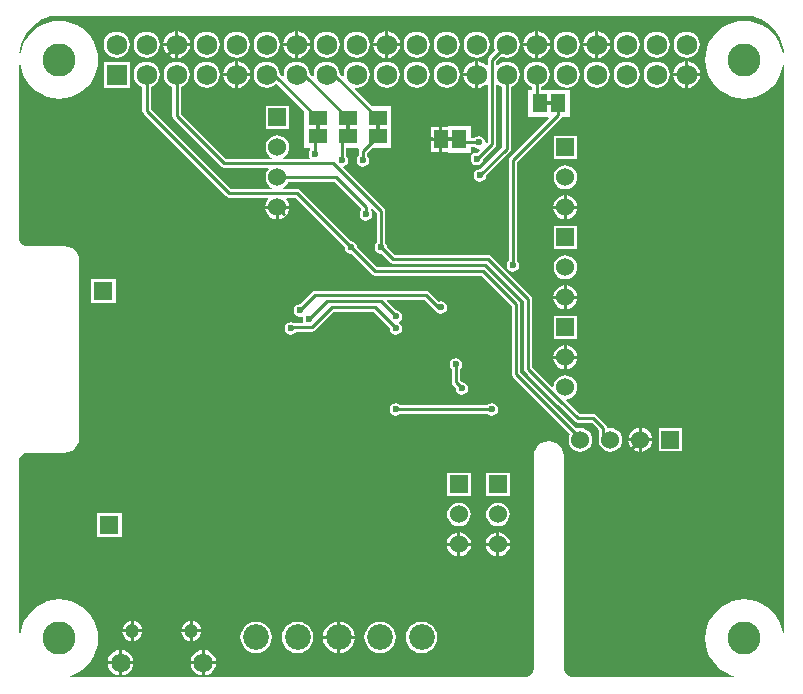
<source format=gbr>
G04 Layer_Physical_Order=3*
G04 Layer_Color=16711680*
%FSLAX44Y44*%
%MOMM*%
%TF.FileFunction,Copper,L3,Bot,Signal*%
%TF.Part,Single*%
G01*
G75*
%TA.AperFunction,Conductor*%
%ADD27C,0.2540*%
%TA.AperFunction,ComponentPad*%
%ADD33R,1.6000X1.6000*%
%ADD34C,1.2002*%
%ADD35C,1.6501*%
%ADD36R,1.5240X1.5240*%
%ADD37C,1.5240*%
%ADD38R,1.5240X1.5240*%
%ADD39C,2.1844*%
%ADD40R,1.7501X1.7501*%
%ADD41C,1.7501*%
%ADD42C,2.8001*%
%TA.AperFunction,ViaPad*%
%ADD43C,0.6000*%
%TA.AperFunction,SMDPad,CuDef*%
%ADD44R,1.6002X1.1684*%
%ADD45R,0.3048X0.6350*%
%ADD46R,1.1684X1.6002*%
%ADD47R,0.6350X0.3048*%
G36*
X878065Y835461D02*
X883303Y833292D01*
X888138Y830329D01*
X892449Y826647D01*
X896131Y822336D01*
X899093Y817502D01*
X901263Y812264D01*
X902586Y806751D01*
X902725Y804990D01*
X901466Y804790D01*
X900407Y809205D01*
X898424Y813992D01*
X895716Y818410D01*
X892351Y822351D01*
X888410Y825716D01*
X883992Y828424D01*
X879205Y830407D01*
X874166Y831616D01*
X869000Y832023D01*
X863834Y831616D01*
X858795Y830407D01*
X854008Y828424D01*
X849590Y825716D01*
X845649Y822351D01*
X842284Y818410D01*
X839576Y813992D01*
X837594Y809205D01*
X836384Y804166D01*
X835977Y799000D01*
X836384Y793834D01*
X837594Y788796D01*
X839576Y784008D01*
X842284Y779590D01*
X845649Y775649D01*
X849590Y772284D01*
X854008Y769577D01*
X858795Y767594D01*
X863834Y766384D01*
X869000Y765977D01*
X874166Y766384D01*
X879205Y767594D01*
X883992Y769577D01*
X888410Y772284D01*
X892351Y775649D01*
X895716Y779590D01*
X898424Y784008D01*
X900407Y788796D01*
X901616Y793834D01*
X901662Y794413D01*
X902932Y794363D01*
Y313638D01*
X901662Y313588D01*
X901616Y314167D01*
X900407Y319206D01*
X898424Y323993D01*
X895716Y328411D01*
X892351Y332352D01*
X888410Y335717D01*
X883992Y338425D01*
X879205Y340408D01*
X874166Y341617D01*
X869000Y342024D01*
X863834Y341617D01*
X858795Y340408D01*
X854008Y338425D01*
X849590Y335717D01*
X845649Y332352D01*
X842284Y328411D01*
X839576Y323993D01*
X837594Y319206D01*
X836384Y314167D01*
X835977Y309001D01*
X836384Y303835D01*
X837594Y298797D01*
X839576Y294009D01*
X842284Y289591D01*
X845649Y285651D01*
X849590Y282285D01*
X854008Y279578D01*
X858795Y277595D01*
X860309Y277231D01*
X860159Y275961D01*
X725940D01*
X724739Y276171D01*
X724598Y276230D01*
X723347Y276183D01*
X722857Y276248D01*
X720643Y277165D01*
X718742Y278624D01*
X717283Y280525D01*
X716366Y282739D01*
X716151Y284373D01*
X716118Y285605D01*
X716079Y286865D01*
X716079Y286956D01*
Y462761D01*
X716348Y463409D01*
X716348Y463409D01*
X716163Y463764D01*
X716163D01*
X715771Y466746D01*
X714510Y469790D01*
X712504Y472404D01*
X709890Y474409D01*
X706846Y475670D01*
X703580Y476100D01*
X700313Y475670D01*
X697270Y474409D01*
X694656Y472404D01*
X692650Y469790D01*
X691389Y466746D01*
X690959Y463479D01*
X691010D01*
Y285838D01*
X690972Y285676D01*
X691028Y285186D01*
X691033Y285159D01*
X690723Y282810D01*
X689806Y280596D01*
X688347Y278694D01*
X686446Y277235D01*
X684232Y276318D01*
X683742Y276254D01*
X682491Y276300D01*
X682350Y276242D01*
X681149Y276032D01*
X298137D01*
X297986Y277302D01*
X299206Y277595D01*
X303993Y279578D01*
X308412Y282285D01*
X312352Y285651D01*
X315717Y289591D01*
X318425Y294009D01*
X320408Y298797D01*
X321617Y303835D01*
X322024Y309001D01*
X321617Y314167D01*
X320408Y319206D01*
X318425Y323993D01*
X315717Y328411D01*
X312352Y332352D01*
X308412Y335717D01*
X303993Y338425D01*
X299206Y340408D01*
X294167Y341617D01*
X289001Y342024D01*
X283835Y341617D01*
X278797Y340408D01*
X274009Y338425D01*
X269591Y335717D01*
X265651Y332352D01*
X262285Y328411D01*
X259578Y323993D01*
X257595Y319206D01*
X256385Y314167D01*
X256339Y313588D01*
X255069Y313638D01*
Y458311D01*
X255109Y458565D01*
X255338Y459740D01*
X255338D01*
X255302Y460968D01*
X256021Y462704D01*
X257165Y464195D01*
X258656Y465339D01*
X260392Y466058D01*
X261490Y466203D01*
X262715Y466243D01*
X263968Y466291D01*
X264098Y466291D01*
X293370D01*
Y466240D01*
X296618Y466668D01*
X299645Y467922D01*
X302244Y469916D01*
X304238Y472515D01*
X305492Y475542D01*
X305920Y478790D01*
X305869D01*
Y628650D01*
X305920D01*
X305492Y631898D01*
X304238Y634925D01*
X302244Y637524D01*
X299645Y639518D01*
X296618Y640772D01*
X293370Y641200D01*
Y641149D01*
X264098D01*
X263968Y641149D01*
X262716Y641197D01*
X261490Y641237D01*
X260392Y641382D01*
X258656Y642101D01*
X257165Y643245D01*
X256021Y644736D01*
X255302Y646472D01*
X255166Y647504D01*
X255338Y647700D01*
X255268Y647869D01*
X255069Y649129D01*
Y794364D01*
X256339Y794414D01*
X256385Y793834D01*
X257595Y788796D01*
X259578Y784008D01*
X262285Y779590D01*
X265651Y775649D01*
X269591Y772284D01*
X274009Y769577D01*
X278797Y767594D01*
X283835Y766384D01*
X289001Y765977D01*
X294167Y766384D01*
X299206Y767594D01*
X303993Y769577D01*
X308412Y772284D01*
X312352Y775649D01*
X315717Y779590D01*
X318425Y784008D01*
X320408Y788796D01*
X321617Y793834D01*
X322024Y799000D01*
X321617Y804166D01*
X320408Y809205D01*
X318425Y813992D01*
X315717Y818410D01*
X312352Y822351D01*
X308412Y825716D01*
X303993Y828424D01*
X299206Y830407D01*
X294167Y831616D01*
X289001Y832023D01*
X283835Y831616D01*
X278797Y830407D01*
X274009Y828424D01*
X269591Y825716D01*
X265651Y822351D01*
X262285Y818410D01*
X259578Y813992D01*
X257595Y809205D01*
X256535Y804790D01*
X255277Y804990D01*
X255415Y806751D01*
X256739Y812264D01*
X258908Y817502D01*
X261871Y822336D01*
X265553Y826647D01*
X269864Y830329D01*
X274698Y833292D01*
X279936Y835461D01*
X280763Y835660D01*
X877238D01*
X878065Y835461D01*
D02*
G37*
%LPC*%
G36*
X782320Y487281D02*
Y478470D01*
X791131D01*
X790948Y479852D01*
X789925Y482324D01*
X788296Y484446D01*
X786174Y486075D01*
X783702Y487099D01*
X782320Y487281D01*
D02*
G37*
G36*
X816356Y487106D02*
X796544D01*
Y467294D01*
X816356D01*
Y487106D01*
D02*
G37*
G36*
X779780Y487281D02*
X778398Y487099D01*
X775926Y486075D01*
X773804Y484446D01*
X772175Y482324D01*
X771152Y479852D01*
X770969Y478470D01*
X779780D01*
Y487281D01*
D02*
G37*
G36*
X716280Y545780D02*
X707469D01*
X707652Y544398D01*
X708675Y541926D01*
X710304Y539804D01*
X712426Y538175D01*
X714898Y537151D01*
X716280Y536969D01*
Y545780D01*
D02*
G37*
G36*
X727630D02*
X718820D01*
Y536969D01*
X720202Y537151D01*
X722674Y538175D01*
X724796Y539804D01*
X726425Y541926D01*
X727449Y544398D01*
X727630Y545780D01*
D02*
G37*
G36*
X655320Y508310D02*
X653258Y507899D01*
X651509Y506731D01*
X651385Y506546D01*
X577975D01*
X577851Y506731D01*
X576102Y507899D01*
X574040Y508310D01*
X571978Y507899D01*
X570229Y506731D01*
X569061Y504982D01*
X568651Y502920D01*
X569061Y500858D01*
X570229Y499109D01*
X571978Y497941D01*
X574040Y497531D01*
X576102Y497941D01*
X577851Y499109D01*
X577975Y499294D01*
X651385D01*
X651509Y499109D01*
X653258Y497941D01*
X655320Y497531D01*
X657383Y497941D01*
X659131Y499109D01*
X660299Y500858D01*
X660710Y502920D01*
X660299Y504982D01*
X659131Y506731D01*
X657383Y507899D01*
X655320Y508310D01*
D02*
G37*
G36*
X624840Y546409D02*
X622777Y545999D01*
X621029Y544831D01*
X619861Y543083D01*
X619450Y541020D01*
X619861Y538957D01*
X621029Y537209D01*
X621214Y537085D01*
Y525780D01*
X621214Y525780D01*
X621490Y524393D01*
X622276Y523216D01*
X624574Y520919D01*
X624530Y520700D01*
X624941Y518638D01*
X626109Y516889D01*
X627858Y515721D01*
X629920Y515311D01*
X631982Y515721D01*
X633731Y516889D01*
X634899Y518638D01*
X635309Y520700D01*
X634899Y522762D01*
X633731Y524511D01*
X631982Y525679D01*
X629920Y526090D01*
X629701Y526046D01*
X628466Y527282D01*
Y537085D01*
X628651Y537209D01*
X629819Y538957D01*
X630229Y541020D01*
X629819Y543083D01*
X628651Y544831D01*
X626903Y545999D01*
X624840Y546409D01*
D02*
G37*
G36*
X627380Y424011D02*
X624794Y423671D01*
X622384Y422673D01*
X620315Y421085D01*
X618727Y419016D01*
X617729Y416606D01*
X617388Y414020D01*
X617729Y411434D01*
X618727Y409024D01*
X620315Y406955D01*
X622384Y405367D01*
X624794Y404369D01*
X627380Y404029D01*
X629966Y404369D01*
X632376Y405367D01*
X634445Y406955D01*
X636033Y409024D01*
X637031Y411434D01*
X637371Y414020D01*
X637031Y416606D01*
X636033Y419016D01*
X634445Y421085D01*
X632376Y422673D01*
X629966Y423671D01*
X627380Y424011D01*
D02*
G37*
G36*
X660400D02*
X657814Y423671D01*
X655404Y422673D01*
X653335Y421085D01*
X651747Y419016D01*
X650749Y416606D01*
X650408Y414020D01*
X650749Y411434D01*
X651747Y409024D01*
X653335Y406955D01*
X655404Y405367D01*
X657814Y404369D01*
X660400Y404029D01*
X662986Y404369D01*
X665396Y405367D01*
X667465Y406955D01*
X669053Y409024D01*
X670051Y411434D01*
X670391Y414020D01*
X670051Y416606D01*
X669053Y419016D01*
X667465Y421085D01*
X665396Y422673D01*
X662986Y423671D01*
X660400Y424011D01*
D02*
G37*
G36*
X661670Y398700D02*
Y389890D01*
X670480D01*
X670298Y391272D01*
X669275Y393744D01*
X667646Y395866D01*
X665524Y397495D01*
X663052Y398518D01*
X661670Y398700D01*
D02*
G37*
G36*
X341756Y415416D02*
X321184D01*
Y394844D01*
X341756D01*
Y415416D01*
D02*
G37*
G36*
X779780Y475930D02*
X770969D01*
X771152Y474548D01*
X772175Y472076D01*
X773804Y469954D01*
X775926Y468325D01*
X778398Y467301D01*
X779780Y467119D01*
Y475930D01*
D02*
G37*
G36*
X791131D02*
X782320D01*
Y467119D01*
X783702Y467301D01*
X786174Y468325D01*
X788296Y469954D01*
X789925Y472076D01*
X790948Y474548D01*
X791131Y475930D01*
D02*
G37*
G36*
X637286Y449326D02*
X617474D01*
Y429514D01*
X637286D01*
Y449326D01*
D02*
G37*
G36*
X670306D02*
X650494D01*
Y429514D01*
X670306D01*
Y449326D01*
D02*
G37*
G36*
X716280Y557131D02*
X714898Y556949D01*
X712426Y555925D01*
X710304Y554296D01*
X708675Y552174D01*
X707652Y549702D01*
X707469Y548320D01*
X716280D01*
Y557131D01*
D02*
G37*
G36*
X727456Y658556D02*
X707644D01*
Y638744D01*
X727456D01*
Y658556D01*
D02*
G37*
G36*
X693301Y797432D02*
X690420Y797052D01*
X687735Y795940D01*
X685429Y794171D01*
X683660Y791866D01*
X682548Y789181D01*
X682169Y786300D01*
X682548Y783419D01*
X683660Y780734D01*
X685429Y778429D01*
X687735Y776660D01*
X689675Y775856D01*
Y773430D01*
X685800D01*
Y750570D01*
X703143D01*
X703629Y749397D01*
X670536Y716304D01*
X669750Y715127D01*
X669474Y713740D01*
X669474Y713740D01*
Y628775D01*
X669289Y628651D01*
X668121Y626903D01*
X667710Y624840D01*
X668121Y622777D01*
X669289Y621029D01*
X671038Y619861D01*
X673100Y619450D01*
X675163Y619861D01*
X676911Y621029D01*
X678079Y622777D01*
X678490Y624840D01*
X678079Y626903D01*
X676911Y628651D01*
X676726Y628775D01*
Y712238D01*
X713764Y749276D01*
X713764Y749276D01*
X714550Y750452D01*
X714573Y750570D01*
X721360D01*
Y773430D01*
X696926D01*
Y775856D01*
X698866Y776660D01*
X701172Y778429D01*
X702941Y780734D01*
X704053Y783419D01*
X704432Y786300D01*
X704053Y789181D01*
X702941Y791866D01*
X701172Y794171D01*
X698866Y795940D01*
X696182Y797052D01*
X693301Y797432D01*
D02*
G37*
G36*
X717550Y633241D02*
X714964Y632901D01*
X712554Y631903D01*
X710485Y630315D01*
X708897Y628246D01*
X707899Y625836D01*
X707559Y623250D01*
X707899Y620664D01*
X708897Y618254D01*
X710485Y616185D01*
X712554Y614597D01*
X714964Y613599D01*
X717550Y613259D01*
X720136Y613599D01*
X722546Y614597D01*
X724615Y616185D01*
X726203Y618254D01*
X727201Y620664D01*
X727542Y623250D01*
X727201Y625836D01*
X726203Y628246D01*
X724615Y630315D01*
X722546Y631903D01*
X720136Y632901D01*
X717550Y633241D01*
D02*
G37*
G36*
X472440Y672780D02*
X463629D01*
X463811Y671398D01*
X464835Y668926D01*
X466464Y666804D01*
X468586Y665175D01*
X471058Y664152D01*
X472440Y663969D01*
Y672780D01*
D02*
G37*
G36*
X727630D02*
X718820D01*
Y663969D01*
X720202Y664152D01*
X722674Y665175D01*
X724796Y666804D01*
X726425Y668926D01*
X727449Y671398D01*
X727630Y672780D01*
D02*
G37*
G36*
X716280D02*
X707469D01*
X707652Y671398D01*
X708675Y668926D01*
X710304Y666804D01*
X712426Y665175D01*
X714898Y664152D01*
X716280Y663969D01*
Y672780D01*
D02*
G37*
G36*
X483791D02*
X474980D01*
Y663969D01*
X476362Y664152D01*
X478834Y665175D01*
X480956Y666804D01*
X482585Y668926D01*
X483609Y671398D01*
X483791Y672780D01*
D02*
G37*
G36*
X599440Y603066D02*
X599440Y603066D01*
X505460D01*
X505460Y603066D01*
X504072Y602790D01*
X502896Y602004D01*
X502896Y602004D01*
X492979Y592086D01*
X492760Y592130D01*
X490698Y591719D01*
X488949Y590551D01*
X487781Y588802D01*
X487370Y586740D01*
X487781Y584678D01*
X488949Y582929D01*
X490698Y581761D01*
X492760Y581351D01*
X494299Y581656D01*
X494317Y581649D01*
X495289Y580677D01*
X495297Y580659D01*
X494991Y579120D01*
X495371Y577206D01*
X495257Y576784D01*
X494803Y575936D01*
X488016D01*
X487202Y576479D01*
X485140Y576889D01*
X483078Y576479D01*
X481329Y575311D01*
X480161Y573563D01*
X479751Y571500D01*
X480161Y569437D01*
X481329Y567689D01*
X483078Y566521D01*
X485140Y566110D01*
X487202Y566521D01*
X488951Y567689D01*
X489616Y568684D01*
X503201D01*
X503201Y568684D01*
X504588Y568960D01*
X505765Y569746D01*
X521673Y585654D01*
X554758D01*
X568694Y571719D01*
X568651Y571500D01*
X569061Y569437D01*
X570229Y567689D01*
X571978Y566521D01*
X574040Y566110D01*
X576102Y566521D01*
X577851Y567689D01*
X579019Y569437D01*
X579430Y571500D01*
X579019Y573563D01*
X577851Y575311D01*
X577095Y575816D01*
Y577344D01*
X577851Y577849D01*
X579019Y579598D01*
X579430Y581660D01*
X579019Y583722D01*
X577851Y585471D01*
X576102Y586639D01*
X574040Y587049D01*
X573821Y587006D01*
X566186Y594641D01*
X566673Y595814D01*
X597938D01*
X607846Y585906D01*
X608191Y585676D01*
X608329Y585469D01*
X610078Y584301D01*
X612140Y583890D01*
X614202Y584301D01*
X615951Y585469D01*
X617119Y587217D01*
X617529Y589280D01*
X617119Y591343D01*
X615951Y593091D01*
X614202Y594259D01*
X612140Y594669D01*
X610078Y594259D01*
X609880Y594127D01*
X602004Y602004D01*
X600827Y602790D01*
X599440Y603066D01*
D02*
G37*
G36*
X716280Y596580D02*
X707469D01*
X707652Y595198D01*
X708675Y592726D01*
X710304Y590604D01*
X712426Y588975D01*
X714898Y587952D01*
X716280Y587770D01*
Y596580D01*
D02*
G37*
G36*
X727456Y582356D02*
X707644D01*
Y562544D01*
X727456D01*
Y582356D01*
D02*
G37*
G36*
X718820Y557131D02*
Y548320D01*
X727630D01*
X727449Y549702D01*
X726425Y552174D01*
X724796Y554296D01*
X722674Y555925D01*
X720202Y556949D01*
X718820Y557131D01*
D02*
G37*
G36*
X727630Y596580D02*
X718820D01*
Y587770D01*
X720202Y587952D01*
X722674Y588975D01*
X724796Y590604D01*
X726425Y592726D01*
X727449Y595198D01*
X727630Y596580D01*
D02*
G37*
G36*
X718820Y607930D02*
Y599120D01*
X727630D01*
X727449Y600502D01*
X726425Y602974D01*
X724796Y605096D01*
X722674Y606725D01*
X720202Y607748D01*
X718820Y607930D01*
D02*
G37*
G36*
X716280D02*
X714898Y607748D01*
X712426Y606725D01*
X710304Y605096D01*
X708675Y602974D01*
X707652Y600502D01*
X707469Y599120D01*
X716280D01*
Y607930D01*
D02*
G37*
G36*
X336676Y613536D02*
X316104D01*
Y592964D01*
X336676D01*
Y613536D01*
D02*
G37*
G36*
X455780Y323202D02*
X452332Y322748D01*
X449119Y321417D01*
X446360Y319300D01*
X444243Y316541D01*
X442912Y313328D01*
X442458Y309880D01*
X442912Y306432D01*
X444243Y303219D01*
X446360Y300460D01*
X449119Y298343D01*
X452332Y297012D01*
X455780Y296558D01*
X459228Y297012D01*
X462441Y298343D01*
X465200Y300460D01*
X467317Y303219D01*
X468648Y306432D01*
X469102Y309880D01*
X468648Y313328D01*
X467317Y316541D01*
X465200Y319300D01*
X462441Y321417D01*
X459228Y322748D01*
X455780Y323202D01*
D02*
G37*
G36*
X539191Y308610D02*
X527050D01*
Y296469D01*
X529294Y296765D01*
X532569Y298121D01*
X535381Y300279D01*
X537539Y303091D01*
X538895Y306366D01*
X539191Y308610D01*
D02*
G37*
G36*
X524510D02*
X512369D01*
X512664Y306366D01*
X514021Y303091D01*
X516179Y300279D01*
X518991Y298121D01*
X522266Y296765D01*
X524510Y296469D01*
Y308610D01*
D02*
G37*
G36*
X490779Y323202D02*
X487331Y322748D01*
X484118Y321417D01*
X481359Y319300D01*
X479242Y316541D01*
X477911Y313328D01*
X477457Y309880D01*
X477911Y306432D01*
X479242Y303219D01*
X481359Y300460D01*
X484118Y298343D01*
X487331Y297012D01*
X490779Y296558D01*
X494227Y297012D01*
X497440Y298343D01*
X500199Y300460D01*
X502316Y303219D01*
X503647Y306432D01*
X504101Y309880D01*
X503647Y313328D01*
X502316Y316541D01*
X500199Y319300D01*
X497440Y321417D01*
X494227Y322748D01*
X490779Y323202D01*
D02*
G37*
G36*
X349649Y314231D02*
X342472D01*
X342598Y313271D01*
X343459Y311194D01*
X344827Y309410D01*
X346612Y308041D01*
X348689Y307180D01*
X349649Y307054D01*
Y314231D01*
D02*
G37*
G36*
X595780Y323202D02*
X592332Y322748D01*
X589119Y321417D01*
X586360Y319300D01*
X584243Y316541D01*
X582912Y313328D01*
X582458Y309880D01*
X582912Y306432D01*
X584243Y303219D01*
X586360Y300460D01*
X589119Y298343D01*
X592332Y297012D01*
X595780Y296558D01*
X599228Y297012D01*
X602441Y298343D01*
X605200Y300460D01*
X607317Y303219D01*
X608648Y306432D01*
X609102Y309880D01*
X608648Y313328D01*
X607317Y316541D01*
X605200Y319300D01*
X602441Y321417D01*
X599228Y322748D01*
X595780Y323202D01*
D02*
G37*
G36*
X560781D02*
X557333Y322748D01*
X554120Y321417D01*
X551361Y319300D01*
X549244Y316541D01*
X547913Y313328D01*
X547459Y309880D01*
X547913Y306432D01*
X549244Y303219D01*
X551361Y300460D01*
X554120Y298343D01*
X557333Y297012D01*
X560781Y296558D01*
X564229Y297012D01*
X567442Y298343D01*
X570201Y300460D01*
X572318Y303219D01*
X573649Y306432D01*
X574103Y309880D01*
X573649Y313328D01*
X572318Y316541D01*
X570201Y319300D01*
X567442Y321417D01*
X564229Y322748D01*
X560781Y323202D01*
D02*
G37*
G36*
X412191Y299217D02*
Y289771D01*
X421638D01*
X421434Y291318D01*
X420347Y293943D01*
X418617Y296197D01*
X416363Y297926D01*
X413738Y299014D01*
X412191Y299217D01*
D02*
G37*
G36*
X409651Y287231D02*
X400205D01*
X400408Y285684D01*
X401496Y283059D01*
X403225Y280805D01*
X405479Y279075D01*
X408104Y277988D01*
X409651Y277784D01*
Y287231D01*
D02*
G37*
G36*
X351635D02*
X342189D01*
Y277784D01*
X343736Y277988D01*
X346361Y279075D01*
X348615Y280805D01*
X350344Y283059D01*
X351432Y285684D01*
X351635Y287231D01*
D02*
G37*
G36*
X339649D02*
X330202D01*
X330406Y285684D01*
X331493Y283059D01*
X333223Y280805D01*
X335477Y279075D01*
X338102Y277988D01*
X339649Y277784D01*
Y287231D01*
D02*
G37*
G36*
X421638D02*
X412191D01*
Y277784D01*
X413738Y277988D01*
X416363Y279075D01*
X418617Y280805D01*
X420347Y283059D01*
X421434Y285684D01*
X421638Y287231D01*
D02*
G37*
G36*
X409651Y299217D02*
X408104Y299014D01*
X405479Y297926D01*
X403225Y296197D01*
X401496Y293943D01*
X400408Y291318D01*
X400205Y289771D01*
X409651D01*
Y299217D01*
D02*
G37*
G36*
X342189D02*
Y289771D01*
X351635D01*
X351432Y291318D01*
X350344Y293943D01*
X348615Y296197D01*
X346361Y297926D01*
X343736Y299014D01*
X342189Y299217D01*
D02*
G37*
G36*
X339649D02*
X338102Y299014D01*
X335477Y297926D01*
X333223Y296197D01*
X331493Y293943D01*
X330406Y291318D01*
X330202Y289771D01*
X339649D01*
Y299217D01*
D02*
G37*
G36*
X359366Y314231D02*
X352189D01*
Y307054D01*
X353148Y307180D01*
X355226Y308041D01*
X357010Y309410D01*
X358379Y311194D01*
X359240Y313271D01*
X359366Y314231D01*
D02*
G37*
G36*
X659130Y387350D02*
X650320D01*
X650501Y385968D01*
X651525Y383496D01*
X653154Y381374D01*
X655276Y379745D01*
X657748Y378722D01*
X659130Y378540D01*
Y387350D01*
D02*
G37*
G36*
X637461D02*
X628650D01*
Y378540D01*
X630032Y378722D01*
X632504Y379745D01*
X634626Y381374D01*
X636255Y383496D01*
X637279Y385968D01*
X637461Y387350D01*
D02*
G37*
G36*
X626110D02*
X617299D01*
X617481Y385968D01*
X618505Y383496D01*
X620134Y381374D01*
X622256Y379745D01*
X624728Y378722D01*
X626110Y378540D01*
Y387350D01*
D02*
G37*
G36*
X670480D02*
X661670D01*
Y378540D01*
X663052Y378722D01*
X665524Y379745D01*
X667646Y381374D01*
X669275Y383496D01*
X670298Y385968D01*
X670480Y387350D01*
D02*
G37*
G36*
X659130Y398700D02*
X657748Y398518D01*
X655276Y397495D01*
X653154Y395866D01*
X651525Y393744D01*
X650501Y391272D01*
X650320Y389890D01*
X659130D01*
Y398700D01*
D02*
G37*
G36*
X628650D02*
Y389890D01*
X637461D01*
X637279Y391272D01*
X636255Y393744D01*
X634626Y395866D01*
X632504Y397495D01*
X630032Y398518D01*
X628650Y398700D01*
D02*
G37*
G36*
X626110D02*
X624728Y398518D01*
X622256Y397495D01*
X620134Y395866D01*
X618505Y393744D01*
X617481Y391272D01*
X617299Y389890D01*
X626110D01*
Y398700D01*
D02*
G37*
G36*
X402191Y323948D02*
Y316771D01*
X409369D01*
X409242Y317731D01*
X408382Y319808D01*
X407012Y321592D01*
X405229Y322961D01*
X403151Y323822D01*
X402191Y323948D01*
D02*
G37*
G36*
X524510Y323291D02*
X522266Y322995D01*
X518991Y321639D01*
X516179Y319481D01*
X514021Y316669D01*
X512664Y313394D01*
X512369Y311150D01*
X524510D01*
Y323291D01*
D02*
G37*
G36*
X409369Y314231D02*
X402191D01*
Y307054D01*
X403151Y307180D01*
X405229Y308041D01*
X407012Y309410D01*
X408382Y311194D01*
X409242Y313271D01*
X409369Y314231D01*
D02*
G37*
G36*
X399651D02*
X392474D01*
X392600Y313271D01*
X393461Y311194D01*
X394830Y309410D01*
X396614Y308041D01*
X398692Y307180D01*
X399651Y307054D01*
Y314231D01*
D02*
G37*
G36*
X527050Y323291D02*
Y311150D01*
X539191D01*
X538895Y313394D01*
X537539Y316669D01*
X535381Y319481D01*
X532569Y321639D01*
X529294Y322995D01*
X527050Y323291D01*
D02*
G37*
G36*
X399651Y323948D02*
X398692Y323822D01*
X396614Y322961D01*
X394830Y321592D01*
X393461Y319808D01*
X392600Y317731D01*
X392474Y316771D01*
X399651D01*
Y323948D01*
D02*
G37*
G36*
X352189D02*
Y316771D01*
X359366D01*
X359240Y317731D01*
X358379Y319808D01*
X357010Y321592D01*
X355226Y322961D01*
X353148Y323822D01*
X352189Y323948D01*
D02*
G37*
G36*
X349649D02*
X348689Y323822D01*
X346612Y322961D01*
X344827Y321592D01*
X343459Y319808D01*
X342598Y317731D01*
X342472Y316771D01*
X349649D01*
Y323948D01*
D02*
G37*
G36*
X464701Y822832D02*
X461820Y822452D01*
X459135Y821340D01*
X456829Y819571D01*
X455060Y817266D01*
X453948Y814581D01*
X453569Y811700D01*
X453948Y808819D01*
X455060Y806134D01*
X456829Y803829D01*
X459135Y802060D01*
X461820Y800948D01*
X464701Y800569D01*
X467582Y800948D01*
X470266Y802060D01*
X472572Y803829D01*
X474341Y806134D01*
X475453Y808819D01*
X475832Y811700D01*
X475453Y814581D01*
X474341Y817266D01*
X472572Y819571D01*
X470266Y821340D01*
X467582Y822452D01*
X464701Y822832D01*
D02*
G37*
G36*
X439301D02*
X436420Y822452D01*
X433735Y821340D01*
X431429Y819571D01*
X429660Y817266D01*
X428548Y814581D01*
X428169Y811700D01*
X428548Y808819D01*
X429660Y806134D01*
X431429Y803829D01*
X433735Y802060D01*
X436420Y800948D01*
X439301Y800569D01*
X442182Y800948D01*
X444866Y802060D01*
X447172Y803829D01*
X448941Y806134D01*
X450053Y808819D01*
X450432Y811700D01*
X450053Y814581D01*
X448941Y817266D01*
X447172Y819571D01*
X444866Y821340D01*
X442182Y822452D01*
X439301Y822832D01*
D02*
G37*
G36*
X413901D02*
X411020Y822452D01*
X408335Y821340D01*
X406029Y819571D01*
X404260Y817266D01*
X403148Y814581D01*
X402769Y811700D01*
X403148Y808819D01*
X404260Y806134D01*
X406029Y803829D01*
X408335Y802060D01*
X411020Y800948D01*
X413901Y800569D01*
X416782Y800948D01*
X419466Y802060D01*
X421772Y803829D01*
X423541Y806134D01*
X424653Y808819D01*
X425032Y811700D01*
X424653Y814581D01*
X423541Y817266D01*
X421772Y819571D01*
X419466Y821340D01*
X416782Y822452D01*
X413901Y822832D01*
D02*
G37*
G36*
X515501D02*
X512620Y822452D01*
X509935Y821340D01*
X507629Y819571D01*
X505860Y817266D01*
X504748Y814581D01*
X504369Y811700D01*
X504748Y808819D01*
X505860Y806134D01*
X507629Y803829D01*
X509935Y802060D01*
X512620Y800948D01*
X515501Y800569D01*
X518382Y800948D01*
X521066Y802060D01*
X523372Y803829D01*
X525141Y806134D01*
X526253Y808819D01*
X526632Y811700D01*
X526253Y814581D01*
X525141Y817266D01*
X523372Y819571D01*
X521066Y821340D01*
X518382Y822452D01*
X515501Y822832D01*
D02*
G37*
G36*
X617101D02*
X614220Y822452D01*
X611535Y821340D01*
X609229Y819571D01*
X607460Y817266D01*
X606348Y814581D01*
X605969Y811700D01*
X606348Y808819D01*
X607460Y806134D01*
X609229Y803829D01*
X611535Y802060D01*
X614220Y800948D01*
X617101Y800569D01*
X619982Y800948D01*
X622666Y802060D01*
X624972Y803829D01*
X626741Y806134D01*
X627853Y808819D01*
X628232Y811700D01*
X627853Y814581D01*
X626741Y817266D01*
X624972Y819571D01*
X622666Y821340D01*
X619982Y822452D01*
X617101Y822832D01*
D02*
G37*
G36*
X591701D02*
X588820Y822452D01*
X586135Y821340D01*
X583829Y819571D01*
X582060Y817266D01*
X580948Y814581D01*
X580569Y811700D01*
X580948Y808819D01*
X582060Y806134D01*
X583829Y803829D01*
X586135Y802060D01*
X588820Y800948D01*
X591701Y800569D01*
X594582Y800948D01*
X597266Y802060D01*
X599572Y803829D01*
X601341Y806134D01*
X602453Y808819D01*
X602832Y811700D01*
X602453Y814581D01*
X601341Y817266D01*
X599572Y819571D01*
X597266Y821340D01*
X594582Y822452D01*
X591701Y822832D01*
D02*
G37*
G36*
X540901D02*
X538020Y822452D01*
X535335Y821340D01*
X533029Y819571D01*
X531260Y817266D01*
X530148Y814581D01*
X529769Y811700D01*
X530148Y808819D01*
X531260Y806134D01*
X533029Y803829D01*
X535335Y802060D01*
X538020Y800948D01*
X540901Y800569D01*
X543782Y800948D01*
X546466Y802060D01*
X548772Y803829D01*
X550541Y806134D01*
X551653Y808819D01*
X552032Y811700D01*
X551653Y814581D01*
X550541Y817266D01*
X548772Y819571D01*
X546466Y821340D01*
X543782Y822452D01*
X540901Y822832D01*
D02*
G37*
G36*
X363101D02*
X360220Y822452D01*
X357535Y821340D01*
X355229Y819571D01*
X353460Y817266D01*
X352348Y814581D01*
X351969Y811700D01*
X352348Y808819D01*
X353460Y806134D01*
X355229Y803829D01*
X357535Y802060D01*
X360220Y800948D01*
X363101Y800569D01*
X365982Y800948D01*
X368666Y802060D01*
X370972Y803829D01*
X372741Y806134D01*
X373853Y808819D01*
X374232Y811700D01*
X373853Y814581D01*
X372741Y817266D01*
X370972Y819571D01*
X368666Y821340D01*
X365982Y822452D01*
X363101Y822832D01*
D02*
G37*
G36*
X692031Y810430D02*
X682080D01*
X682301Y808753D01*
X683439Y806006D01*
X685248Y803648D01*
X687607Y801838D01*
X690353Y800701D01*
X692031Y800480D01*
Y810430D01*
D02*
G37*
G36*
X577521D02*
X567571D01*
Y800480D01*
X569248Y800701D01*
X571995Y801838D01*
X574353Y803648D01*
X576163Y806006D01*
X577300Y808753D01*
X577521Y810430D01*
D02*
G37*
G36*
X565031D02*
X555080D01*
X555301Y808753D01*
X556439Y806006D01*
X558248Y803648D01*
X560607Y801838D01*
X563353Y800701D01*
X565031Y800480D01*
Y810430D01*
D02*
G37*
G36*
X704521D02*
X694571D01*
Y800480D01*
X696248Y800701D01*
X698995Y801838D01*
X701353Y803648D01*
X703163Y806006D01*
X704300Y808753D01*
X704521Y810430D01*
D02*
G37*
G36*
X337701Y822832D02*
X334820Y822452D01*
X332135Y821340D01*
X329829Y819571D01*
X328060Y817266D01*
X326948Y814581D01*
X326569Y811700D01*
X326948Y808819D01*
X328060Y806134D01*
X329829Y803829D01*
X332135Y802060D01*
X334820Y800948D01*
X337701Y800569D01*
X340582Y800948D01*
X343266Y802060D01*
X345572Y803829D01*
X347341Y806134D01*
X348453Y808819D01*
X348832Y811700D01*
X348453Y814581D01*
X347341Y817266D01*
X345572Y819571D01*
X343266Y821340D01*
X340582Y822452D01*
X337701Y822832D01*
D02*
G37*
G36*
X755321Y810430D02*
X745371D01*
Y800480D01*
X747048Y800701D01*
X749794Y801838D01*
X752153Y803648D01*
X753963Y806006D01*
X755100Y808753D01*
X755321Y810430D01*
D02*
G37*
G36*
X742831D02*
X732880D01*
X733101Y808753D01*
X734239Y806006D01*
X736048Y803648D01*
X738407Y801838D01*
X741153Y800701D01*
X742831Y800480D01*
Y810430D01*
D02*
G37*
G36*
X642501Y822832D02*
X639620Y822452D01*
X636935Y821340D01*
X634629Y819571D01*
X632860Y817266D01*
X631748Y814581D01*
X631369Y811700D01*
X631748Y808819D01*
X632860Y806134D01*
X634629Y803829D01*
X636935Y802060D01*
X639620Y800948D01*
X642501Y800569D01*
X645382Y800948D01*
X648066Y802060D01*
X650372Y803829D01*
X652141Y806134D01*
X653253Y808819D01*
X653632Y811700D01*
X653253Y814581D01*
X652141Y817266D01*
X650372Y819571D01*
X648066Y821340D01*
X645382Y822452D01*
X642501Y822832D01*
D02*
G37*
G36*
X567571Y822921D02*
Y812970D01*
X577521D01*
X577300Y814648D01*
X576163Y817394D01*
X574353Y819753D01*
X571995Y821562D01*
X569248Y822700D01*
X567571Y822921D01*
D02*
G37*
G36*
X565031D02*
X563353Y822700D01*
X560607Y821562D01*
X558248Y819753D01*
X556439Y817394D01*
X555301Y814648D01*
X555080Y812970D01*
X565031D01*
Y822921D01*
D02*
G37*
G36*
X491371D02*
Y812970D01*
X501321D01*
X501100Y814648D01*
X499963Y817394D01*
X498153Y819753D01*
X495794Y821562D01*
X493048Y822700D01*
X491371Y822921D01*
D02*
G37*
G36*
X692031D02*
X690353Y822700D01*
X687607Y821562D01*
X685248Y819753D01*
X683439Y817394D01*
X682301Y814648D01*
X682080Y812970D01*
X692031D01*
Y822921D01*
D02*
G37*
G36*
X745371D02*
Y812970D01*
X755321D01*
X755100Y814648D01*
X753963Y817394D01*
X752153Y819753D01*
X749794Y821562D01*
X747048Y822700D01*
X745371Y822921D01*
D02*
G37*
G36*
X742831D02*
X741153Y822700D01*
X738407Y821562D01*
X736048Y819753D01*
X734239Y817394D01*
X733101Y814648D01*
X732880Y812970D01*
X742831D01*
Y822921D01*
D02*
G37*
G36*
X694571D02*
Y812970D01*
X704521D01*
X704300Y814648D01*
X703163Y817394D01*
X701353Y819753D01*
X698995Y821562D01*
X696248Y822700D01*
X694571Y822921D01*
D02*
G37*
G36*
X488831D02*
X487153Y822700D01*
X484407Y821562D01*
X482048Y819753D01*
X480239Y817394D01*
X479101Y814648D01*
X478880Y812970D01*
X488831D01*
Y822921D01*
D02*
G37*
G36*
X769501Y822832D02*
X766620Y822452D01*
X763935Y821340D01*
X761629Y819571D01*
X759860Y817266D01*
X758748Y814581D01*
X758369Y811700D01*
X758748Y808819D01*
X759860Y806134D01*
X761629Y803829D01*
X763935Y802060D01*
X766620Y800948D01*
X769501Y800569D01*
X772382Y800948D01*
X775066Y802060D01*
X777372Y803829D01*
X779141Y806134D01*
X780253Y808819D01*
X780632Y811700D01*
X780253Y814581D01*
X779141Y817266D01*
X777372Y819571D01*
X775066Y821340D01*
X772382Y822452D01*
X769501Y822832D01*
D02*
G37*
G36*
X718701D02*
X715820Y822452D01*
X713135Y821340D01*
X710829Y819571D01*
X709060Y817266D01*
X707948Y814581D01*
X707569Y811700D01*
X707948Y808819D01*
X709060Y806134D01*
X710829Y803829D01*
X713135Y802060D01*
X715820Y800948D01*
X718701Y800569D01*
X721582Y800948D01*
X724266Y802060D01*
X726572Y803829D01*
X728341Y806134D01*
X729453Y808819D01*
X729832Y811700D01*
X729453Y814581D01*
X728341Y817266D01*
X726572Y819571D01*
X724266Y821340D01*
X721582Y822452D01*
X718701Y822832D01*
D02*
G37*
G36*
X667901D02*
X665020Y822452D01*
X662335Y821340D01*
X660029Y819571D01*
X658260Y817266D01*
X657148Y814581D01*
X656769Y811700D01*
X657148Y808819D01*
X657952Y806879D01*
X652756Y801683D01*
X651970Y800507D01*
X651694Y799120D01*
X651694Y799119D01*
Y794740D01*
X651554Y794692D01*
X650424Y794451D01*
X648195Y796162D01*
X645448Y797300D01*
X643771Y797521D01*
Y786300D01*
Y775080D01*
X645448Y775301D01*
X648195Y776438D01*
X650424Y778149D01*
X651554Y777908D01*
X651694Y777860D01*
Y729212D01*
X650842Y728360D01*
X649671Y728980D01*
X649260Y731042D01*
X648092Y732791D01*
X646344Y733959D01*
X644281Y734370D01*
X642219Y733959D01*
X640470Y732791D01*
X640346Y732606D01*
X637540D01*
Y742950D01*
X618490D01*
Y742061D01*
X613410D01*
Y731520D01*
Y720979D01*
X618490D01*
Y720090D01*
X637540D01*
Y725354D01*
X640346D01*
X640470Y725169D01*
X642219Y724001D01*
X644281Y723590D01*
X644902Y722419D01*
X642839Y720356D01*
X642620Y720399D01*
X640557Y719989D01*
X638809Y718821D01*
X637641Y717073D01*
X637230Y715010D01*
X637641Y712947D01*
X638809Y711199D01*
X640557Y710031D01*
X642620Y709621D01*
X644682Y710031D01*
X646431Y711199D01*
X647599Y712947D01*
X648009Y715010D01*
X647966Y715229D01*
X657884Y725146D01*
X657884Y725146D01*
X658670Y726322D01*
X658946Y727710D01*
X658946Y727710D01*
Y777960D01*
X660216Y778286D01*
X662335Y776660D01*
X664275Y775856D01*
Y725282D01*
X645379Y706386D01*
X645160Y706430D01*
X643098Y706019D01*
X641349Y704851D01*
X640181Y703102D01*
X639771Y701040D01*
X640181Y698978D01*
X641349Y697229D01*
X643098Y696061D01*
X645160Y695650D01*
X647223Y696061D01*
X648971Y697229D01*
X650139Y698978D01*
X650549Y701040D01*
X650506Y701259D01*
X670464Y721217D01*
X670464Y721217D01*
X671250Y722393D01*
X671526Y723781D01*
Y775856D01*
X673466Y776660D01*
X675772Y778429D01*
X677541Y780734D01*
X678653Y783419D01*
X679032Y786300D01*
X678653Y789181D01*
X677541Y791866D01*
X675772Y794171D01*
X673466Y795940D01*
X670782Y797052D01*
X667901Y797432D01*
X665020Y797052D01*
X662335Y795940D01*
X660216Y794314D01*
X658946Y794641D01*
Y797618D01*
X663080Y801752D01*
X665020Y800948D01*
X667901Y800569D01*
X670782Y800948D01*
X673466Y802060D01*
X675772Y803829D01*
X677541Y806134D01*
X678653Y808819D01*
X679032Y811700D01*
X678653Y814581D01*
X677541Y817266D01*
X675772Y819571D01*
X673466Y821340D01*
X670782Y822452D01*
X667901Y822832D01*
D02*
G37*
G36*
X794901D02*
X792020Y822452D01*
X789335Y821340D01*
X787029Y819571D01*
X785260Y817266D01*
X784148Y814581D01*
X783769Y811700D01*
X784148Y808819D01*
X785260Y806134D01*
X787029Y803829D01*
X789335Y802060D01*
X792020Y800948D01*
X794901Y800569D01*
X797782Y800948D01*
X800466Y802060D01*
X802772Y803829D01*
X804541Y806134D01*
X805653Y808819D01*
X806032Y811700D01*
X805653Y814581D01*
X804541Y817266D01*
X802772Y819571D01*
X800466Y821340D01*
X797782Y822452D01*
X794901Y822832D01*
D02*
G37*
G36*
X389771Y822921D02*
Y812970D01*
X399721D01*
X399500Y814648D01*
X398363Y817394D01*
X396553Y819753D01*
X394194Y821562D01*
X391448Y822700D01*
X389771Y822921D01*
D02*
G37*
G36*
X387231D02*
X385553Y822700D01*
X382807Y821562D01*
X380448Y819753D01*
X378639Y817394D01*
X377501Y814648D01*
X377280Y812970D01*
X387231D01*
Y822921D01*
D02*
G37*
G36*
X820301Y822832D02*
X817420Y822452D01*
X814735Y821340D01*
X812429Y819571D01*
X810660Y817266D01*
X809548Y814581D01*
X809169Y811700D01*
X809548Y808819D01*
X810660Y806134D01*
X812429Y803829D01*
X814735Y802060D01*
X817420Y800948D01*
X820301Y800569D01*
X823182Y800948D01*
X825866Y802060D01*
X828172Y803829D01*
X829941Y806134D01*
X831053Y808819D01*
X831432Y811700D01*
X831053Y814581D01*
X829941Y817266D01*
X828172Y819571D01*
X825866Y821340D01*
X823182Y822452D01*
X820301Y822832D01*
D02*
G37*
G36*
X819031Y785030D02*
X809080D01*
X809301Y783353D01*
X810439Y780606D01*
X812248Y778248D01*
X814607Y776438D01*
X817353Y775301D01*
X819031Y775080D01*
Y785030D01*
D02*
G37*
G36*
X641231D02*
X631280D01*
X631501Y783353D01*
X632639Y780606D01*
X634448Y778248D01*
X636807Y776438D01*
X639553Y775301D01*
X641231Y775080D01*
Y785030D01*
D02*
G37*
G36*
X450521D02*
X440571D01*
Y775080D01*
X442248Y775301D01*
X444995Y776438D01*
X447353Y778248D01*
X449163Y780606D01*
X450300Y783353D01*
X450521Y785030D01*
D02*
G37*
G36*
X831521D02*
X821571D01*
Y775080D01*
X823248Y775301D01*
X825994Y776438D01*
X828353Y778248D01*
X830163Y780606D01*
X831300Y783353D01*
X831521Y785030D01*
D02*
G37*
G36*
X591701Y797432D02*
X588820Y797052D01*
X586135Y795940D01*
X583829Y794171D01*
X582060Y791866D01*
X580948Y789181D01*
X580569Y786300D01*
X580948Y783419D01*
X582060Y780734D01*
X583829Y778429D01*
X586135Y776660D01*
X588820Y775548D01*
X591701Y775169D01*
X594582Y775548D01*
X597266Y776660D01*
X599572Y778429D01*
X601341Y780734D01*
X602453Y783419D01*
X602832Y786300D01*
X602453Y789181D01*
X601341Y791866D01*
X599572Y794171D01*
X597266Y795940D01*
X594582Y797052D01*
X591701Y797432D01*
D02*
G37*
G36*
X566301D02*
X563420Y797052D01*
X560735Y795940D01*
X558429Y794171D01*
X556660Y791866D01*
X555548Y789181D01*
X555169Y786300D01*
X555548Y783419D01*
X556660Y780734D01*
X558429Y778429D01*
X560735Y776660D01*
X563420Y775548D01*
X566301Y775169D01*
X569182Y775548D01*
X571866Y776660D01*
X574172Y778429D01*
X575941Y780734D01*
X577053Y783419D01*
X577432Y786300D01*
X577053Y789181D01*
X575941Y791866D01*
X574172Y794171D01*
X571866Y795940D01*
X569182Y797052D01*
X566301Y797432D01*
D02*
G37*
G36*
X413901D02*
X411020Y797052D01*
X408335Y795940D01*
X406029Y794171D01*
X404260Y791866D01*
X403148Y789181D01*
X402769Y786300D01*
X403148Y783419D01*
X404260Y780734D01*
X406029Y778429D01*
X408335Y776660D01*
X411020Y775548D01*
X413901Y775169D01*
X416782Y775548D01*
X419466Y776660D01*
X421772Y778429D01*
X423541Y780734D01*
X424653Y783419D01*
X425032Y786300D01*
X424653Y789181D01*
X423541Y791866D01*
X421772Y794171D01*
X419466Y795940D01*
X416782Y797052D01*
X413901Y797432D01*
D02*
G37*
G36*
X438031Y785030D02*
X428080D01*
X428301Y783353D01*
X429439Y780606D01*
X431248Y778248D01*
X433607Y776438D01*
X436353Y775301D01*
X438031Y775080D01*
Y785030D01*
D02*
G37*
G36*
X717550Y709441D02*
X714964Y709101D01*
X712554Y708103D01*
X710485Y706515D01*
X708897Y704446D01*
X707899Y702036D01*
X707559Y699450D01*
X707899Y696864D01*
X708897Y694454D01*
X710485Y692385D01*
X712554Y690797D01*
X714964Y689799D01*
X717550Y689458D01*
X720136Y689799D01*
X722546Y690797D01*
X724615Y692385D01*
X726203Y694454D01*
X727201Y696864D01*
X727542Y699450D01*
X727201Y702036D01*
X726203Y704446D01*
X724615Y706515D01*
X722546Y708103D01*
X720136Y709101D01*
X717550Y709441D01*
D02*
G37*
G36*
X718820Y684130D02*
Y675320D01*
X727630D01*
X727449Y676702D01*
X726425Y679174D01*
X724796Y681296D01*
X722674Y682925D01*
X720202Y683949D01*
X718820Y684130D01*
D02*
G37*
G36*
X716280D02*
X714898Y683949D01*
X712426Y682925D01*
X710304Y681296D01*
X708675Y679174D01*
X707652Y676702D01*
X707469Y675320D01*
X716280D01*
Y684130D01*
D02*
G37*
G36*
X727456Y734756D02*
X707644D01*
Y714944D01*
X727456D01*
Y734756D01*
D02*
G37*
G36*
X483616Y760156D02*
X463804D01*
Y740344D01*
X483616D01*
Y760156D01*
D02*
G37*
G36*
X610870Y742061D02*
X603758D01*
Y732790D01*
X610870D01*
Y742061D01*
D02*
G37*
G36*
Y730250D02*
X603758D01*
Y720979D01*
X610870D01*
Y730250D01*
D02*
G37*
G36*
X617101Y797432D02*
X614220Y797052D01*
X611535Y795940D01*
X609229Y794171D01*
X607460Y791866D01*
X606348Y789181D01*
X605969Y786300D01*
X606348Y783419D01*
X607460Y780734D01*
X609229Y778429D01*
X611535Y776660D01*
X614220Y775548D01*
X617101Y775169D01*
X619982Y775548D01*
X622666Y776660D01*
X624972Y778429D01*
X626741Y780734D01*
X627853Y783419D01*
X628232Y786300D01*
X627853Y789181D01*
X626741Y791866D01*
X624972Y794171D01*
X622666Y795940D01*
X619982Y797052D01*
X617101Y797432D01*
D02*
G37*
G36*
X821571Y797521D02*
Y787570D01*
X831521D01*
X831300Y789248D01*
X830163Y791994D01*
X828353Y794352D01*
X825994Y796162D01*
X823248Y797300D01*
X821571Y797521D01*
D02*
G37*
G36*
X819031D02*
X817353Y797300D01*
X814607Y796162D01*
X812248Y794352D01*
X810439Y791994D01*
X809301Y789248D01*
X809080Y787570D01*
X819031D01*
Y797521D01*
D02*
G37*
G36*
X641231D02*
X639553Y797300D01*
X636807Y796162D01*
X634448Y794352D01*
X632639Y791994D01*
X631501Y789248D01*
X631280Y787570D01*
X641231D01*
Y797521D01*
D02*
G37*
G36*
X387231Y810430D02*
X377280D01*
X377501Y808753D01*
X378639Y806006D01*
X380448Y803648D01*
X382807Y801838D01*
X385553Y800701D01*
X387231Y800480D01*
Y810430D01*
D02*
G37*
G36*
X501321D02*
X491371D01*
Y800480D01*
X493048Y800701D01*
X495794Y801838D01*
X498153Y803648D01*
X499963Y806006D01*
X501100Y808753D01*
X501321Y810430D01*
D02*
G37*
G36*
X488831D02*
X478880D01*
X479101Y808753D01*
X480239Y806006D01*
X482048Y803648D01*
X484407Y801838D01*
X487153Y800701D01*
X488831Y800480D01*
Y810430D01*
D02*
G37*
G36*
X399721D02*
X389771D01*
Y800480D01*
X391448Y800701D01*
X394194Y801838D01*
X396553Y803648D01*
X398363Y806006D01*
X399500Y808753D01*
X399721Y810430D01*
D02*
G37*
G36*
X440571Y797521D02*
Y787570D01*
X450521D01*
X450300Y789248D01*
X449163Y791994D01*
X447353Y794352D01*
X444995Y796162D01*
X442248Y797300D01*
X440571Y797521D01*
D02*
G37*
G36*
X769501Y797432D02*
X766620Y797052D01*
X763935Y795940D01*
X761629Y794171D01*
X759860Y791866D01*
X758748Y789181D01*
X758369Y786300D01*
X758748Y783419D01*
X759860Y780734D01*
X761629Y778429D01*
X763935Y776660D01*
X766620Y775548D01*
X769501Y775169D01*
X772382Y775548D01*
X775066Y776660D01*
X777372Y778429D01*
X779141Y780734D01*
X780253Y783419D01*
X780632Y786300D01*
X780253Y789181D01*
X779141Y791866D01*
X777372Y794171D01*
X775066Y795940D01*
X772382Y797052D01*
X769501Y797432D01*
D02*
G37*
G36*
X744101D02*
X741220Y797052D01*
X738535Y795940D01*
X736229Y794171D01*
X734460Y791866D01*
X733348Y789181D01*
X732969Y786300D01*
X733348Y783419D01*
X734460Y780734D01*
X736229Y778429D01*
X738535Y776660D01*
X741220Y775548D01*
X744101Y775169D01*
X746982Y775548D01*
X749666Y776660D01*
X751972Y778429D01*
X753741Y780734D01*
X754853Y783419D01*
X755232Y786300D01*
X754853Y789181D01*
X753741Y791866D01*
X751972Y794171D01*
X749666Y795940D01*
X746982Y797052D01*
X744101Y797432D01*
D02*
G37*
G36*
X718701D02*
X715820Y797052D01*
X713135Y795940D01*
X710829Y794171D01*
X709060Y791866D01*
X707948Y789181D01*
X707569Y786300D01*
X707948Y783419D01*
X709060Y780734D01*
X710829Y778429D01*
X713135Y776660D01*
X715820Y775548D01*
X718701Y775169D01*
X721582Y775548D01*
X724266Y776660D01*
X726572Y778429D01*
X728341Y780734D01*
X729453Y783419D01*
X729832Y786300D01*
X729453Y789181D01*
X728341Y791866D01*
X726572Y794171D01*
X724266Y795940D01*
X721582Y797052D01*
X718701Y797432D01*
D02*
G37*
G36*
X794901D02*
X792020Y797052D01*
X789335Y795940D01*
X787029Y794171D01*
X785260Y791866D01*
X784148Y789181D01*
X783769Y786300D01*
X784148Y783419D01*
X785260Y780734D01*
X787029Y778429D01*
X789335Y776660D01*
X792020Y775548D01*
X794901Y775169D01*
X797782Y775548D01*
X800466Y776660D01*
X802772Y778429D01*
X804541Y780734D01*
X805653Y783419D01*
X806032Y786300D01*
X805653Y789181D01*
X804541Y791866D01*
X802772Y794171D01*
X800466Y795940D01*
X797782Y797052D01*
X794901Y797432D01*
D02*
G37*
G36*
X438031Y797521D02*
X436353Y797300D01*
X433607Y796162D01*
X431248Y794352D01*
X429439Y791994D01*
X428301Y789248D01*
X428080Y787570D01*
X438031D01*
Y797521D01*
D02*
G37*
G36*
X540901Y797432D02*
X538020Y797052D01*
X535335Y795940D01*
X533029Y794171D01*
X531260Y791866D01*
X530148Y789181D01*
X529769Y786300D01*
X529928Y785096D01*
X528725Y784503D01*
X526587Y786640D01*
X526253Y789181D01*
X525141Y791866D01*
X523372Y794171D01*
X521066Y795940D01*
X518382Y797052D01*
X515501Y797432D01*
X512620Y797052D01*
X509935Y795940D01*
X507629Y794171D01*
X505860Y791866D01*
X504748Y789181D01*
X504369Y786300D01*
X504528Y785096D01*
X503325Y784503D01*
X501187Y786640D01*
X500853Y789181D01*
X499741Y791866D01*
X497972Y794171D01*
X495666Y795940D01*
X492982Y797052D01*
X490101Y797432D01*
X487220Y797052D01*
X484535Y795940D01*
X482229Y794171D01*
X480460Y791866D01*
X479348Y789181D01*
X478969Y786300D01*
X479128Y785096D01*
X477925Y784503D01*
X475787Y786640D01*
X475453Y789181D01*
X474341Y791866D01*
X472572Y794171D01*
X470266Y795940D01*
X467582Y797052D01*
X464701Y797432D01*
X461820Y797052D01*
X459135Y795940D01*
X456829Y794171D01*
X455060Y791866D01*
X453948Y789181D01*
X453569Y786300D01*
X453948Y783419D01*
X455060Y780734D01*
X456829Y778429D01*
X459135Y776660D01*
X461820Y775548D01*
X464701Y775169D01*
X467582Y775548D01*
X470266Y776660D01*
X472572Y778429D01*
X473671Y778501D01*
X496570Y755602D01*
Y723900D01*
X501577D01*
X501649Y722631D01*
X500481Y720882D01*
X500070Y718820D01*
X500481Y716758D01*
X500923Y716096D01*
X500244Y714826D01*
X478713D01*
X478461Y716096D01*
X478706Y716197D01*
X480775Y717785D01*
X482363Y719854D01*
X483361Y722264D01*
X483702Y724850D01*
X483361Y727436D01*
X482363Y729846D01*
X480775Y731915D01*
X478706Y733503D01*
X476296Y734501D01*
X473710Y734841D01*
X471124Y734501D01*
X468714Y733503D01*
X466645Y731915D01*
X465057Y729846D01*
X464059Y727436D01*
X463718Y724850D01*
X464059Y722264D01*
X465057Y719854D01*
X466645Y717785D01*
X468714Y716197D01*
X468959Y716096D01*
X468707Y714826D01*
X429890D01*
X392126Y752590D01*
Y775856D01*
X394066Y776660D01*
X396372Y778429D01*
X398141Y780734D01*
X399253Y783419D01*
X399632Y786300D01*
X399253Y789181D01*
X398141Y791866D01*
X396372Y794171D01*
X394066Y795940D01*
X391382Y797052D01*
X388501Y797432D01*
X385620Y797052D01*
X382935Y795940D01*
X380629Y794171D01*
X378860Y791866D01*
X377748Y789181D01*
X377369Y786300D01*
X377748Y783419D01*
X378860Y780734D01*
X380629Y778429D01*
X382935Y776660D01*
X384875Y775856D01*
Y751088D01*
X384875Y751088D01*
X385151Y749700D01*
X385937Y748524D01*
X425825Y708636D01*
X425825Y708636D01*
X427001Y707850D01*
X428388Y707574D01*
X466133D01*
X466483Y706304D01*
X465057Y704446D01*
X464059Y702036D01*
X463718Y699450D01*
X464059Y696864D01*
X465057Y694454D01*
X466645Y692385D01*
X468714Y690797D01*
X468959Y690696D01*
X468707Y689426D01*
X434572D01*
X366726Y757271D01*
Y775856D01*
X368666Y776660D01*
X370972Y778429D01*
X372741Y780734D01*
X373853Y783419D01*
X374232Y786300D01*
X373853Y789181D01*
X372741Y791866D01*
X370972Y794171D01*
X368666Y795940D01*
X365982Y797052D01*
X363101Y797432D01*
X360220Y797052D01*
X357535Y795940D01*
X355229Y794171D01*
X353460Y791866D01*
X352348Y789181D01*
X351969Y786300D01*
X352348Y783419D01*
X353460Y780734D01*
X355229Y778429D01*
X357535Y776660D01*
X359475Y775856D01*
Y755770D01*
X359475Y755769D01*
X359751Y754382D01*
X360537Y753206D01*
X430506Y683236D01*
X430506Y683236D01*
X431683Y682450D01*
X433070Y682174D01*
X433070Y682174D01*
X465638D01*
X466163Y680904D01*
X464835Y679174D01*
X463811Y676702D01*
X463629Y675320D01*
X483791D01*
X483609Y676702D01*
X482585Y679174D01*
X481257Y680904D01*
X481782Y682174D01*
X488718D01*
X530594Y640299D01*
X530550Y640080D01*
X530961Y638018D01*
X532129Y636269D01*
X533877Y635101D01*
X535940Y634691D01*
X536159Y634734D01*
X553696Y617196D01*
X553696Y617196D01*
X554873Y616410D01*
X556260Y616134D01*
X556260Y616134D01*
X646198D01*
X672014Y590318D01*
Y533027D01*
X672014Y533027D01*
X672290Y531640D01*
X673076Y530463D01*
X706043Y497496D01*
X706043Y497496D01*
X707167Y496745D01*
X721649Y482263D01*
X721597Y482196D01*
X720599Y479786D01*
X720258Y477200D01*
X720599Y474614D01*
X721597Y472204D01*
X723185Y470135D01*
X725254Y468547D01*
X727664Y467549D01*
X730250Y467209D01*
X732836Y467549D01*
X735246Y468547D01*
X737315Y470135D01*
X738903Y472204D01*
X739901Y474614D01*
X740241Y477200D01*
X739901Y479786D01*
X738903Y482196D01*
X737315Y484265D01*
X735246Y485853D01*
X732836Y486851D01*
X730250Y487191D01*
X727664Y486851D01*
X727418Y486749D01*
X711544Y502624D01*
X710420Y503374D01*
X679266Y534529D01*
Y591820D01*
X679266Y591820D01*
X678990Y593208D01*
X678204Y594384D01*
X678204Y594384D01*
X650264Y622324D01*
X649088Y623110D01*
X647700Y623386D01*
X647700Y623386D01*
X557762D01*
X541286Y639861D01*
X541329Y640080D01*
X540919Y642142D01*
X539751Y643891D01*
X538003Y645059D01*
X535940Y645470D01*
X535721Y645426D01*
X492784Y688364D01*
X491608Y689150D01*
X490220Y689426D01*
X490220Y689426D01*
X478713D01*
X478461Y690696D01*
X478706Y690797D01*
X480775Y692385D01*
X482363Y694454D01*
X482930Y695824D01*
X521738D01*
X544511Y673051D01*
X544829Y671831D01*
X543661Y670082D01*
X543251Y668020D01*
X543661Y665957D01*
X544829Y664209D01*
X546577Y663041D01*
X548640Y662630D01*
X550703Y663041D01*
X552451Y664209D01*
X553619Y665957D01*
X554030Y668020D01*
X553619Y670082D01*
X552647Y671537D01*
X552755Y672222D01*
X553716Y672641D01*
X554141Y672631D01*
X557714Y669058D01*
Y644015D01*
X557529Y643891D01*
X556361Y642142D01*
X555951Y640080D01*
X556361Y638018D01*
X557529Y636269D01*
X559277Y635101D01*
X561340Y634691D01*
X561559Y634734D01*
X568936Y627356D01*
X568936Y627356D01*
X570112Y626570D01*
X571500Y626294D01*
X650406D01*
X682174Y594527D01*
Y537236D01*
X682174Y537235D01*
X682450Y535848D01*
X683236Y534672D01*
X710252Y507656D01*
X710252Y507656D01*
X711376Y506905D01*
X725545Y492736D01*
X726721Y491950D01*
X728108Y491674D01*
X728109Y491674D01*
X739742D01*
X745674Y485742D01*
Y477320D01*
X745658Y477200D01*
X745999Y474614D01*
X746997Y472204D01*
X748585Y470135D01*
X750654Y468547D01*
X753064Y467549D01*
X755650Y467209D01*
X758236Y467549D01*
X760646Y468547D01*
X762715Y470135D01*
X764303Y472204D01*
X765301Y474614D01*
X765641Y477200D01*
X765301Y479786D01*
X764303Y482196D01*
X762715Y484265D01*
X760646Y485853D01*
X758236Y486851D01*
X755650Y487191D01*
X754196Y487000D01*
X752968Y487236D01*
X752770Y488024D01*
X752650Y488632D01*
X751864Y489808D01*
X751864Y489808D01*
X743808Y497864D01*
X742632Y498650D01*
X741244Y498926D01*
X741244Y498926D01*
X729610D01*
X718088Y510448D01*
X718543Y511789D01*
X720136Y511999D01*
X722546Y512997D01*
X724615Y514585D01*
X726203Y516654D01*
X727201Y519064D01*
X727542Y521650D01*
X727201Y524236D01*
X726203Y526646D01*
X724615Y528715D01*
X722546Y530303D01*
X720136Y531301D01*
X717550Y531641D01*
X714964Y531301D01*
X712554Y530303D01*
X710485Y528715D01*
X708897Y526646D01*
X707899Y524236D01*
X707646Y522313D01*
X706305Y521858D01*
X689426Y538737D01*
Y596028D01*
X689426Y596028D01*
X689150Y597416D01*
X688364Y598592D01*
X688364Y598592D01*
X654472Y632484D01*
X653296Y633270D01*
X651908Y633546D01*
X651908Y633546D01*
X573002D01*
X566686Y639861D01*
X566730Y640080D01*
X566319Y642142D01*
X565151Y643891D01*
X564966Y644015D01*
Y670560D01*
X564966Y670560D01*
X564690Y671947D01*
X563904Y673124D01*
X563904Y673124D01*
X529570Y707457D01*
X529939Y708672D01*
X530382Y708761D01*
X532131Y709929D01*
X533299Y711677D01*
X533709Y713740D01*
X533299Y715803D01*
X532131Y717551D01*
X531946Y717675D01*
Y723900D01*
X542173D01*
X542676Y722960D01*
X542727Y722630D01*
X542474Y721360D01*
X542474Y721360D01*
Y717675D01*
X542289Y717551D01*
X541121Y715803D01*
X540710Y713740D01*
X541121Y711677D01*
X542289Y709929D01*
X544038Y708761D01*
X546100Y708351D01*
X548162Y708761D01*
X549911Y709929D01*
X551079Y711677D01*
X551489Y713740D01*
X551079Y715803D01*
X549911Y717551D01*
X549726Y717675D01*
Y719858D01*
X553768Y723900D01*
X570230D01*
Y759460D01*
X553768D01*
X539103Y774124D01*
X539696Y775327D01*
X540901Y775169D01*
X543782Y775548D01*
X546466Y776660D01*
X548772Y778429D01*
X550541Y780734D01*
X551653Y783419D01*
X552032Y786300D01*
X551653Y789181D01*
X550541Y791866D01*
X548772Y794171D01*
X546466Y795940D01*
X543782Y797052D01*
X540901Y797432D01*
D02*
G37*
G36*
X348737Y797337D02*
X326664D01*
Y775264D01*
X348737D01*
Y797337D01*
D02*
G37*
%LPD*%
D27*
X598170Y732790D02*
X612140Y731520D01*
X363101Y755769D02*
X433070Y685800D01*
X428388Y711200D02*
X520700D01*
X561340Y670560D01*
X673100Y624840D02*
Y713740D01*
X711200Y751840D01*
X473710Y699450D02*
X523240D01*
X561340Y640080D02*
Y670560D01*
X388501Y751088D02*
X428388Y711200D01*
X624840Y525780D02*
X629920Y520700D01*
X624840Y525780D02*
Y541020D01*
X730250Y477200D02*
Y478790D01*
X561340Y640080D02*
X571500Y629920D01*
X768670Y464820D02*
X781050Y477200D01*
X751865Y464820D02*
X768670D01*
X744220Y472466D02*
X751865Y464820D01*
X744220Y472466D02*
Y485140D01*
X739140Y490220D02*
X744220Y485140D01*
X726004Y490220D02*
X739140D01*
X535940Y640080D02*
X556260Y619760D01*
X473710Y674050D02*
X479740Y668020D01*
X375920Y756484D02*
Y799120D01*
X458354Y674050D02*
X473710D01*
X711084Y505140D02*
X726004Y490220D01*
X708980Y500060D02*
X730250Y478790D01*
X685800Y537235D02*
Y596028D01*
X749300Y477200D02*
Y487244D01*
Y477200D02*
X755650D01*
X708607Y500060D02*
X708980D01*
X675640Y533027D02*
Y591820D01*
X710711Y505140D02*
X711084D01*
X680720Y535131D02*
Y593924D01*
X675640Y533027D02*
X708607Y500060D01*
X680720Y535131D02*
X710711Y505140D01*
X685800Y537235D02*
X712815Y510220D01*
X728108Y495300D02*
X741244D01*
X713188Y510220D02*
X728108Y495300D01*
X712815Y510220D02*
X713188D01*
X741244Y495300D02*
X749300Y487244D01*
X505460Y718820D02*
Y731520D01*
X508000Y734060D01*
X528320Y713740D02*
Y728980D01*
X533400Y734060D01*
X629920Y728980D02*
X644281D01*
X627380Y731520D02*
X629920Y728980D01*
X642620Y715010D02*
X655320Y727710D01*
Y799120D01*
X711200Y751840D02*
Y762000D01*
X574040Y502920D02*
X655320D01*
X546100Y721360D02*
X558800Y734060D01*
X546100Y713740D02*
Y721360D01*
X542750Y640890D02*
Y642901D01*
X517631Y668020D02*
X542750Y642901D01*
X523240Y699450D02*
X548640Y674050D01*
Y668020D02*
Y674050D01*
X556260Y619760D02*
X647700D01*
X675640Y591820D01*
X542750Y640890D02*
X558800Y624840D01*
X649804D01*
X680720Y593924D01*
X571500Y629920D02*
X651908D01*
X685800Y596028D01*
X492760Y586740D02*
X505460Y599440D01*
X599440D01*
X610410Y588470D01*
X500380Y579120D02*
X515620Y594360D01*
X485950Y572310D02*
X503201D01*
X485140Y571500D02*
X485950Y572310D01*
X515620Y594360D02*
X561340D01*
X574040Y581660D01*
X556260Y589280D02*
X574040Y571500D01*
X520171Y589280D02*
X556260D01*
X503201Y572310D02*
X520171Y589280D01*
X693301Y764659D02*
Y786300D01*
X655320Y799120D02*
X667901Y811700D01*
X375920Y799120D02*
X388501Y811700D01*
X521800Y786300D02*
X558800Y749300D01*
X515501Y786300D02*
X521800D01*
X490101D02*
X496400D01*
X533400Y749300D01*
X471000Y786300D02*
X508000Y749300D01*
X464701Y786300D02*
X471000D01*
X693301Y764659D02*
X695960Y762000D01*
X363101Y755769D02*
Y786300D01*
X667901Y723781D02*
Y786300D01*
X388501Y751088D02*
Y786300D01*
X645160Y701040D02*
X667901Y723781D01*
X433070Y685800D02*
X490220D01*
X535940Y640080D01*
D33*
X331470Y405130D02*
D03*
X660400Y287020D02*
D03*
X326390Y603250D02*
D03*
D34*
X400921Y315501D02*
D03*
X350919D02*
D03*
D35*
X340919Y288501D02*
D03*
X410921D02*
D03*
D36*
X806450Y477200D02*
D03*
D37*
X781050D02*
D03*
X755650D02*
D03*
X730250D02*
D03*
X717550Y547050D02*
D03*
Y521650D02*
D03*
Y623250D02*
D03*
Y597850D02*
D03*
Y699450D02*
D03*
Y674050D02*
D03*
X627380Y414020D02*
D03*
Y388620D02*
D03*
X660400Y414020D02*
D03*
Y388620D02*
D03*
X473710Y724850D02*
D03*
Y699450D02*
D03*
Y674050D02*
D03*
D38*
X717550Y572450D02*
D03*
Y648650D02*
D03*
Y724850D02*
D03*
X627380Y439420D02*
D03*
X660400D02*
D03*
X473710Y750250D02*
D03*
D39*
X595780Y309880D02*
D03*
X560781D02*
D03*
X525780D02*
D03*
X490779D02*
D03*
X455780D02*
D03*
D40*
X337701Y786300D02*
D03*
D41*
Y811700D02*
D03*
X363101Y786300D02*
D03*
Y811700D02*
D03*
X388501Y786300D02*
D03*
Y811700D02*
D03*
X413901Y786300D02*
D03*
Y811700D02*
D03*
X439301Y786300D02*
D03*
Y811700D02*
D03*
X464701Y786300D02*
D03*
Y811700D02*
D03*
X490101Y786300D02*
D03*
Y811700D02*
D03*
X515501Y786300D02*
D03*
Y811700D02*
D03*
X540901Y786300D02*
D03*
Y811700D02*
D03*
X566301Y786300D02*
D03*
Y811700D02*
D03*
X591701Y786300D02*
D03*
Y811700D02*
D03*
X617101Y786300D02*
D03*
Y811700D02*
D03*
X642501Y786300D02*
D03*
Y811700D02*
D03*
X667901Y786300D02*
D03*
Y811700D02*
D03*
X693301Y786300D02*
D03*
Y811700D02*
D03*
X718701Y786300D02*
D03*
Y811700D02*
D03*
X744101Y786300D02*
D03*
Y811700D02*
D03*
X769501Y786300D02*
D03*
Y811700D02*
D03*
X794901Y786300D02*
D03*
Y811700D02*
D03*
X820301Y786300D02*
D03*
Y811700D02*
D03*
D42*
X289001Y309001D02*
D03*
X869000Y799000D02*
D03*
Y309001D02*
D03*
X289001Y799000D02*
D03*
D43*
X459740Y469900D02*
D03*
X660400Y636270D02*
D03*
X621030Y638810D02*
D03*
X642620Y609600D02*
D03*
X664210Y588010D02*
D03*
X623570Y584200D02*
D03*
X732790Y504190D02*
D03*
X708660Y485140D02*
D03*
X505460Y514350D02*
D03*
X461010Y693420D02*
D03*
X433070Y703580D02*
D03*
X379730Y754380D02*
D03*
X692150Y635000D02*
D03*
X727710Y765810D02*
D03*
X748030Y741680D02*
D03*
X746760Y662940D02*
D03*
X735330Y532130D02*
D03*
X748030Y557530D02*
D03*
X566420Y368300D02*
D03*
X474980D02*
D03*
X646430Y546100D02*
D03*
X643890Y469900D02*
D03*
X618490Y488950D02*
D03*
X527050Y544830D02*
D03*
X565150D02*
D03*
X561340Y499110D02*
D03*
X571500Y472440D02*
D03*
X609600Y402590D02*
D03*
X608330Y425450D02*
D03*
X572770Y424180D02*
D03*
X556260Y394970D02*
D03*
X492760Y393700D02*
D03*
X431800Y325120D02*
D03*
X295910Y372110D02*
D03*
X397510Y360680D02*
D03*
X474980Y444500D02*
D03*
X332740Y760730D02*
D03*
X415290Y754380D02*
D03*
X304800Y765810D02*
D03*
Y647700D02*
D03*
X283210Y458470D02*
D03*
X295910Y392430D02*
D03*
X312420Y445770D02*
D03*
X433070Y593090D02*
D03*
Y678180D02*
D03*
X436880Y720090D02*
D03*
X676910Y758190D02*
D03*
X628650Y759460D02*
D03*
X661670Y664210D02*
D03*
X637540Y673100D02*
D03*
X614680Y668020D02*
D03*
X576580Y692150D02*
D03*
X533400Y669290D02*
D03*
X571500Y670560D02*
D03*
X547370Y490220D02*
D03*
X264160Y396240D02*
D03*
X506730Y690880D02*
D03*
X599820Y523620D02*
D03*
X624840Y541020D02*
D03*
X629920Y520700D02*
D03*
X535940Y640080D02*
D03*
X561340D02*
D03*
X505460Y718820D02*
D03*
X528320Y713740D02*
D03*
X548640Y668020D02*
D03*
X644281Y728980D02*
D03*
X642620Y715010D02*
D03*
X574040Y571500D02*
D03*
Y502920D02*
D03*
X673100Y624840D02*
D03*
X655320Y502920D02*
D03*
X541020Y363220D02*
D03*
X500380D02*
D03*
X388620Y302260D02*
D03*
X546100Y713740D02*
D03*
X520700Y688340D02*
D03*
X534670Y506730D02*
D03*
X579120Y754380D02*
D03*
X485140Y571500D02*
D03*
X500380Y579120D02*
D03*
X574040Y581660D02*
D03*
X492760Y586740D02*
D03*
X612140Y589280D02*
D03*
X343132Y644420D02*
D03*
X389219Y334742D02*
D03*
X372110Y644420D02*
D03*
X400812D02*
D03*
X386080Y656590D02*
D03*
X358140D02*
D03*
X543560Y571500D02*
D03*
X557530D02*
D03*
X525780Y576580D02*
D03*
X508000Y626110D02*
D03*
X524510Y631190D02*
D03*
X444500Y383540D02*
D03*
X474980D02*
D03*
X459740Y370840D02*
D03*
X692150Y679450D02*
D03*
X633730Y692150D02*
D03*
X572770Y402590D02*
D03*
X685800D02*
D03*
X673100Y426720D02*
D03*
X688340Y496570D02*
D03*
X684530Y694690D02*
D03*
X721360Y741680D02*
D03*
X427990Y392430D02*
D03*
X476250Y458470D02*
D03*
X443230D02*
D03*
X645160Y701040D02*
D03*
X449580Y510540D02*
D03*
X462280Y563880D02*
D03*
Y617220D02*
D03*
X505460Y562610D02*
D03*
D44*
X558800Y734060D02*
D03*
Y749300D02*
D03*
X533400Y734060D02*
D03*
Y749300D02*
D03*
X508000Y734060D02*
D03*
Y749300D02*
D03*
D45*
X558800Y741680D02*
D03*
X533400D02*
D03*
X508000D02*
D03*
D46*
X711200Y762000D02*
D03*
X695960D02*
D03*
X612140Y731520D02*
D03*
X627380D02*
D03*
D47*
X703580Y762000D02*
D03*
X619760Y731520D02*
D03*
%TF.MD5,4ead750a8e93716381633df8f9e3a91a*%
M02*

</source>
